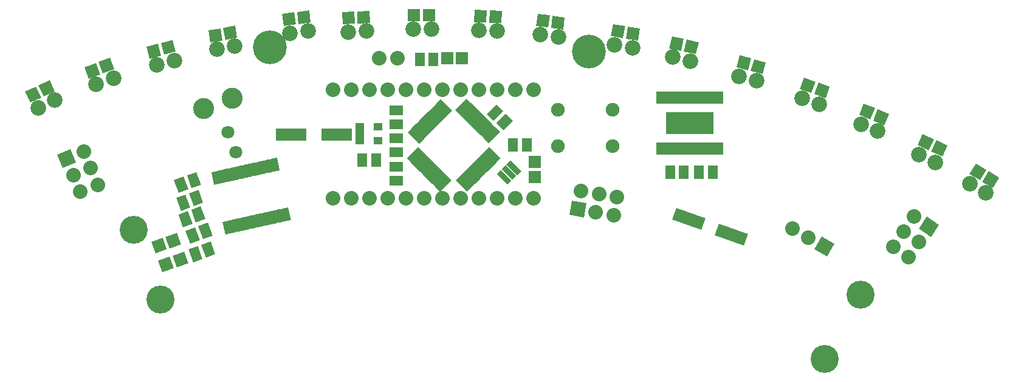
<source format=gts>
G04 (created by PCBNEW-RS274X (2011-nov-30)-testing) date Mon 23 Apr 2012 04:49:46 PM EDT*
G01*
G70*
G90*
%MOIN*%
G04 Gerber Fmt 3.4, Leading zero omitted, Abs format*
%FSLAX34Y34*%
G04 APERTURE LIST*
%ADD10C,0.006000*%
%ADD11R,0.067200X0.067200*%
%ADD12C,0.080000*%
%ADD13C,0.071200*%
%ADD14C,0.115300*%
%ADD15C,0.185400*%
%ADD16C,0.153900*%
%ADD17R,0.036000X0.070000*%
%ADD18R,0.264100X0.118400*%
%ADD19C,0.075000*%
%ADD20R,0.050000X0.040000*%
%ADD21R,0.169600X0.067200*%
%ADD22R,0.055000X0.075000*%
%ADD23R,0.075000X0.055000*%
%ADD24C,0.086000*%
G04 APERTURE END LIST*
G54D10*
G54D11*
X00945Y53917D03*
X01771Y53917D03*
G54D10*
G36*
X-15058Y43188D02*
X-15288Y43820D01*
X-14656Y44050D01*
X-14426Y43418D01*
X-15058Y43188D01*
X-15058Y43188D01*
G37*
G36*
X-14282Y43470D02*
X-14512Y44102D01*
X-13880Y44332D01*
X-13650Y43700D01*
X-14282Y43470D01*
X-14282Y43470D01*
G37*
G36*
X-14664Y42164D02*
X-14894Y42796D01*
X-14262Y43026D01*
X-14032Y42394D01*
X-14664Y42164D01*
X-14664Y42164D01*
G37*
G36*
X-13888Y42446D02*
X-14118Y43078D01*
X-13486Y43308D01*
X-13256Y42676D01*
X-13888Y42446D01*
X-13888Y42446D01*
G37*
G54D11*
X05767Y48228D03*
X05767Y47402D03*
G54D12*
X-18224Y46972D03*
X-18988Y48803D03*
X-18615Y47892D03*
X-19535Y47502D03*
X-19162Y46591D03*
G54D10*
G36*
X-19402Y48210D02*
X-20138Y47898D01*
X-20450Y48634D01*
X-19714Y48946D01*
X-19402Y48210D01*
X-19402Y48210D01*
G37*
G54D12*
X-02764Y53917D03*
X-01764Y53917D03*
G54D13*
X-11067Y49872D03*
X-10652Y48766D03*
G54D14*
X-10832Y51747D03*
X-12422Y51168D03*
G54D15*
X-08760Y54547D03*
X08720Y54311D03*
G54D16*
X-16241Y44488D03*
X23621Y40945D03*
X21653Y37402D03*
X-14765Y40650D03*
G54D10*
G36*
X00568Y46601D02*
X00302Y46867D01*
X00928Y47493D01*
X01194Y47227D01*
X00568Y46601D01*
X00568Y46601D01*
G37*
G36*
X00345Y46824D02*
X00079Y47090D01*
X00705Y47716D01*
X00971Y47450D01*
X00345Y46824D01*
X00345Y46824D01*
G37*
G36*
X00123Y47047D02*
X-00143Y47313D01*
X00483Y47939D01*
X00749Y47673D01*
X00123Y47047D01*
X00123Y47047D01*
G37*
G36*
X-00100Y47270D02*
X-00366Y47536D01*
X00260Y48162D01*
X00526Y47896D01*
X-00100Y47270D01*
X-00100Y47270D01*
G37*
G36*
X-00323Y47492D02*
X-00589Y47758D01*
X00037Y48384D01*
X00303Y48118D01*
X-00323Y47492D01*
X-00323Y47492D01*
G37*
G36*
X-00545Y47715D02*
X-00811Y47981D01*
X-00185Y48607D01*
X00081Y48341D01*
X-00545Y47715D01*
X-00545Y47715D01*
G37*
G36*
X-00768Y47938D02*
X-01034Y48204D01*
X-00408Y48830D01*
X-00142Y48564D01*
X-00768Y47938D01*
X-00768Y47938D01*
G37*
G36*
X-00991Y48161D02*
X-01257Y48427D01*
X-00631Y49053D01*
X-00365Y48787D01*
X-00991Y48161D01*
X-00991Y48161D01*
G37*
G36*
X01673Y50822D02*
X01407Y51088D01*
X02033Y51714D01*
X02299Y51448D01*
X01673Y50822D01*
X01673Y50822D01*
G37*
G36*
X03236Y49259D02*
X02970Y49525D01*
X03596Y50151D01*
X03862Y49885D01*
X03236Y49259D01*
X03236Y49259D01*
G37*
G36*
X03010Y49486D02*
X02744Y49752D01*
X03370Y50378D01*
X03636Y50112D01*
X03010Y49486D01*
X03010Y49486D01*
G37*
G36*
X02784Y49712D02*
X02518Y49978D01*
X03144Y50604D01*
X03410Y50338D01*
X02784Y49712D01*
X02784Y49712D01*
G37*
G36*
X02564Y49931D02*
X02298Y50197D01*
X02924Y50823D01*
X03190Y50557D01*
X02564Y49931D01*
X02564Y49931D01*
G37*
G36*
X02338Y50157D02*
X02072Y50423D01*
X02698Y51049D01*
X02964Y50783D01*
X02338Y50157D01*
X02338Y50157D01*
G37*
G36*
X02119Y50377D02*
X01853Y50643D01*
X02479Y51269D01*
X02745Y51003D01*
X02119Y50377D01*
X02119Y50377D01*
G37*
G36*
X01893Y50603D02*
X01627Y50869D01*
X02253Y51495D01*
X02519Y51229D01*
X01893Y50603D01*
X01893Y50603D01*
G37*
G36*
X-00590Y49245D02*
X-01216Y49871D01*
X-00950Y50137D01*
X-00324Y49511D01*
X-00590Y49245D01*
X-00590Y49245D01*
G37*
G36*
X-00378Y49457D02*
X-01004Y50083D01*
X-00738Y50349D01*
X-00112Y49723D01*
X-00378Y49457D01*
X-00378Y49457D01*
G37*
G36*
X-00148Y49687D02*
X-00774Y50313D01*
X-00508Y50579D01*
X00118Y49953D01*
X-00148Y49687D01*
X-00148Y49687D01*
G37*
G36*
X00064Y49899D02*
X-00562Y50525D01*
X-00296Y50791D01*
X00330Y50165D01*
X00064Y49899D01*
X00064Y49899D01*
G37*
G36*
X00293Y50128D02*
X-00333Y50754D01*
X-00067Y51020D01*
X00559Y50394D01*
X00293Y50128D01*
X00293Y50128D01*
G37*
G36*
X00515Y50350D02*
X-00111Y50976D01*
X00155Y51242D01*
X00781Y50616D01*
X00515Y50350D01*
X00515Y50350D01*
G37*
G36*
X00738Y50573D02*
X00112Y51199D01*
X00378Y51465D01*
X01004Y50839D01*
X00738Y50573D01*
X00738Y50573D01*
G37*
G36*
X00960Y50795D02*
X00334Y51421D01*
X00600Y51687D01*
X01226Y51061D01*
X00960Y50795D01*
X00960Y50795D01*
G37*
G36*
X02040Y46601D02*
X01414Y47227D01*
X01680Y47493D01*
X02306Y46867D01*
X02040Y46601D01*
X02040Y46601D01*
G37*
G36*
X02260Y46820D02*
X01634Y47446D01*
X01900Y47712D01*
X02526Y47086D01*
X02260Y46820D01*
X02260Y46820D01*
G37*
G36*
X02486Y47046D02*
X01860Y47672D01*
X02126Y47938D01*
X02752Y47312D01*
X02486Y47046D01*
X02486Y47046D01*
G37*
G36*
X02705Y47265D02*
X02079Y47891D01*
X02345Y48157D01*
X02971Y47531D01*
X02705Y47265D01*
X02705Y47265D01*
G37*
G36*
X02924Y47485D02*
X02298Y48111D01*
X02564Y48377D01*
X03190Y47751D01*
X02924Y47485D01*
X02924Y47485D01*
G37*
G36*
X03151Y47711D02*
X02525Y48337D01*
X02791Y48603D01*
X03417Y47977D01*
X03151Y47711D01*
X03151Y47711D01*
G37*
G36*
X03377Y47937D02*
X02751Y48563D01*
X03017Y48829D01*
X03643Y48203D01*
X03377Y47937D01*
X03377Y47937D01*
G37*
G36*
X03603Y48163D02*
X02977Y48789D01*
X03243Y49055D01*
X03869Y48429D01*
X03603Y48163D01*
X03603Y48163D01*
G37*
G54D12*
X05690Y46240D03*
X04690Y46240D03*
X03690Y46240D03*
X02690Y46240D03*
X01690Y46240D03*
X00690Y46240D03*
X-00310Y46240D03*
X-01310Y46240D03*
X-02310Y46240D03*
X-03310Y46240D03*
X-04310Y46240D03*
X-05310Y46240D03*
X05690Y52190D03*
X04690Y52190D03*
X03690Y52190D03*
X02690Y52190D03*
X01690Y52190D03*
X00690Y52190D03*
X-00310Y52190D03*
X-01310Y52190D03*
X-02310Y52190D03*
X-03310Y52190D03*
X-04310Y52190D03*
X-05310Y52190D03*
G54D17*
X15921Y51774D03*
X15671Y51774D03*
X15411Y51774D03*
X15151Y51774D03*
X14901Y51774D03*
X14641Y51774D03*
X14381Y51774D03*
X14131Y51774D03*
X13871Y51774D03*
X13621Y51774D03*
X13361Y51774D03*
X13101Y51774D03*
X12851Y51774D03*
X12591Y51774D03*
X12591Y48974D03*
X12851Y48974D03*
X13091Y48974D03*
X13361Y48974D03*
X13621Y48974D03*
X13871Y48974D03*
X14131Y48974D03*
X14381Y48974D03*
X14641Y48974D03*
X14901Y48974D03*
X15151Y48974D03*
X15411Y48974D03*
X15671Y48974D03*
X15921Y48974D03*
G54D18*
X14271Y50349D03*
G54D12*
X10265Y46283D03*
X10091Y45298D03*
X09280Y46456D03*
X09106Y45472D03*
X08295Y46630D03*
G54D10*
G36*
X08584Y45969D02*
X08445Y45182D01*
X07658Y45321D01*
X07797Y46108D01*
X08584Y45969D01*
X08584Y45969D01*
G37*
G54D19*
X07023Y49098D03*
X07023Y51098D03*
X10023Y49098D03*
X10023Y51098D03*
G54D20*
X-03827Y50158D03*
X-03827Y49408D03*
X-02827Y50158D03*
X-03827Y49783D03*
X-02827Y49408D03*
G54D10*
G36*
X13287Y45067D02*
X13517Y45699D01*
X15111Y45119D01*
X14881Y44487D01*
X13287Y45067D01*
X13287Y45067D01*
G37*
G36*
X15637Y44211D02*
X15867Y44843D01*
X17461Y44263D01*
X17231Y43631D01*
X15637Y44211D01*
X15637Y44211D01*
G37*
G54D21*
X-05109Y49744D03*
X-07609Y49744D03*
G54D22*
X13937Y47657D03*
X13187Y47657D03*
X14762Y47657D03*
X15512Y47657D03*
X-00553Y53878D03*
X00197Y53878D03*
G54D23*
X-01832Y49527D03*
X-01832Y48777D03*
G54D22*
X05316Y49153D03*
X04566Y49153D03*
G54D10*
G36*
X04169Y48062D02*
X04756Y47475D01*
X04531Y47250D01*
X03944Y47837D01*
X04169Y48062D01*
X04169Y48062D01*
G37*
G36*
X04433Y48326D02*
X05020Y47739D01*
X04795Y47514D01*
X04208Y48101D01*
X04433Y48326D01*
X04433Y48326D01*
G37*
G36*
X03905Y47798D02*
X04492Y47211D01*
X04267Y46986D01*
X03680Y47573D01*
X03905Y47798D01*
X03905Y47798D01*
G37*
G54D23*
X-01832Y47952D03*
X-01832Y47202D03*
G54D24*
X03693Y55420D03*
X02694Y55464D03*
G54D10*
G36*
X03952Y56521D02*
X03923Y55850D01*
X03252Y55879D01*
X03281Y56550D01*
X03952Y56521D01*
X03952Y56521D01*
G37*
G36*
X03128Y56557D02*
X03099Y55886D01*
X02428Y55915D01*
X02457Y56586D01*
X03128Y56557D01*
X03128Y56557D01*
G37*
G54D24*
X14296Y53767D03*
X13320Y53984D03*
G54D10*
G36*
X14743Y54806D02*
X14597Y54150D01*
X13941Y54296D01*
X14087Y54952D01*
X14743Y54806D01*
X14743Y54806D01*
G37*
G36*
X13937Y54985D02*
X13791Y54329D01*
X13135Y54475D01*
X13281Y55131D01*
X13937Y54985D01*
X13937Y54985D01*
G37*
G54D24*
X17938Y52687D03*
X16972Y52945D03*
G54D10*
G36*
X18430Y53706D02*
X18256Y53056D01*
X17606Y53230D01*
X17780Y53880D01*
X18430Y53706D01*
X18430Y53706D01*
G37*
G36*
X17633Y53919D02*
X17459Y53269D01*
X16809Y53443D01*
X16983Y54093D01*
X17633Y53919D01*
X17633Y53919D01*
G37*
G54D24*
X21363Y51394D03*
X20423Y51736D03*
G54D10*
G36*
X21941Y52366D02*
X21711Y51734D01*
X21079Y51964D01*
X21309Y52596D01*
X21941Y52366D01*
X21941Y52366D01*
G37*
G36*
X21166Y52648D02*
X20936Y52016D01*
X20304Y52246D01*
X20534Y52878D01*
X21166Y52648D01*
X21166Y52648D01*
G37*
G54D24*
X24570Y49921D03*
X23646Y50304D03*
G54D10*
G36*
X25190Y50867D02*
X24933Y50246D01*
X24312Y50503D01*
X24569Y51124D01*
X25190Y50867D01*
X25190Y50867D01*
G37*
G36*
X24427Y51183D02*
X24170Y50562D01*
X23549Y50819D01*
X23806Y51440D01*
X24427Y51183D01*
X24427Y51183D01*
G37*
G54D24*
X27737Y48214D03*
X26830Y48637D03*
G54D10*
G36*
X28398Y49132D02*
X28114Y48522D01*
X27504Y48806D01*
X27788Y49416D01*
X28398Y49132D01*
X28398Y49132D01*
G37*
G36*
X27650Y49481D02*
X27366Y48871D01*
X26756Y49155D01*
X27040Y49765D01*
X27650Y49481D01*
X27650Y49481D01*
G37*
G54D24*
X-20571Y51629D03*
X-21478Y51206D03*
G54D10*
G36*
X-20849Y52725D02*
X-20565Y52115D01*
X-21175Y51831D01*
X-21459Y52441D01*
X-20849Y52725D01*
X-20849Y52725D01*
G37*
G36*
X-21597Y52377D02*
X-21313Y51767D01*
X-21923Y51483D01*
X-22207Y52093D01*
X-21597Y52377D01*
X-21597Y52377D01*
G37*
G54D24*
X-17352Y52838D03*
X-18292Y52496D03*
G54D10*
G36*
X-17534Y53954D02*
X-17304Y53322D01*
X-17936Y53092D01*
X-18166Y53724D01*
X-17534Y53954D01*
X-17534Y53954D01*
G37*
G36*
X-18309Y53672D02*
X-18079Y53040D01*
X-18711Y52810D01*
X-18941Y53442D01*
X-18309Y53672D01*
X-18309Y53672D01*
G37*
G54D24*
X-14020Y53811D03*
X-14986Y53553D03*
G54D10*
G36*
X-14103Y54940D02*
X-13929Y54290D01*
X-14579Y54116D01*
X-14753Y54766D01*
X-14103Y54940D01*
X-14103Y54940D01*
G37*
G36*
X-14900Y54726D02*
X-14726Y54076D01*
X-15376Y53902D01*
X-15550Y54552D01*
X-14900Y54726D01*
X-14900Y54726D01*
G37*
G54D24*
X-10692Y54590D03*
X-11677Y54416D03*
G54D10*
G36*
X-10677Y55720D02*
X-10561Y55058D01*
X-11223Y54942D01*
X-11339Y55604D01*
X-10677Y55720D01*
X-10677Y55720D01*
G37*
G36*
X-11489Y55577D02*
X-11373Y54915D01*
X-12035Y54799D01*
X-12151Y55461D01*
X-11489Y55577D01*
X-11489Y55577D01*
G37*
G54D24*
X-06689Y55427D03*
X-07682Y55305D03*
G54D10*
G36*
X-06615Y56555D02*
X-06534Y55888D01*
X-07201Y55807D01*
X-07282Y56474D01*
X-06615Y56555D01*
X-06615Y56555D01*
G37*
G36*
X-07433Y56455D02*
X-07352Y55788D01*
X-08019Y55707D01*
X-08100Y56374D01*
X-07433Y56455D01*
X-07433Y56455D01*
G37*
G54D24*
X-03482Y55425D03*
X-04481Y55381D03*
G54D10*
G36*
X-03320Y56544D02*
X-03291Y55873D01*
X-03962Y55844D01*
X-03991Y56515D01*
X-03320Y56544D01*
X-03320Y56544D01*
G37*
G36*
X-04144Y56508D02*
X-04115Y55837D01*
X-04786Y55808D01*
X-04815Y56479D01*
X-04144Y56508D01*
X-04144Y56508D01*
G37*
G54D24*
X11125Y54494D03*
X10140Y54668D03*
G54D10*
G36*
X11525Y55552D02*
X11409Y54890D01*
X10747Y55006D01*
X10863Y55668D01*
X11525Y55552D01*
X11525Y55552D01*
G37*
G36*
X10713Y55695D02*
X10597Y55033D01*
X09935Y55149D01*
X10051Y55811D01*
X10713Y55695D01*
X10713Y55695D01*
G37*
G54D24*
X07047Y55105D03*
X06056Y55235D03*
G54D10*
G36*
X07402Y56178D02*
X07314Y55512D01*
X06648Y55600D01*
X06736Y56266D01*
X07402Y56178D01*
X07402Y56178D01*
G37*
G36*
X06584Y56286D02*
X06496Y55620D01*
X05830Y55708D01*
X05918Y56374D01*
X06584Y56286D01*
X06584Y56286D01*
G37*
G54D24*
X00086Y55521D03*
X-00914Y55521D03*
G54D11*
X-00039Y56296D03*
X-00864Y56296D03*
G54D24*
X30477Y46531D03*
X29620Y47046D03*
G54D10*
G36*
X31230Y47375D02*
X30884Y46799D01*
X30308Y47145D01*
X30654Y47721D01*
X31230Y47375D01*
X31230Y47375D01*
G37*
G36*
X30523Y47799D02*
X30177Y47223D01*
X29601Y47569D01*
X29947Y48145D01*
X30523Y47799D01*
X30523Y47799D01*
G37*
G36*
X-08376Y48463D02*
X-08225Y47779D01*
X-08576Y47701D01*
X-08727Y48385D01*
X-08376Y48463D01*
X-08376Y48463D01*
G37*
G36*
X-08620Y48409D02*
X-08469Y47725D01*
X-08820Y47647D01*
X-08971Y48331D01*
X-08620Y48409D01*
X-08620Y48409D01*
G37*
G36*
X-08874Y48353D02*
X-08723Y47669D01*
X-09074Y47591D01*
X-09225Y48275D01*
X-08874Y48353D01*
X-08874Y48353D01*
G37*
G36*
X-09128Y48296D02*
X-08977Y47612D01*
X-09328Y47534D01*
X-09479Y48218D01*
X-09128Y48296D01*
X-09128Y48296D01*
G37*
G36*
X-09372Y48242D02*
X-09221Y47558D01*
X-09572Y47480D01*
X-09723Y48164D01*
X-09372Y48242D01*
X-09372Y48242D01*
G37*
G36*
X-09626Y48186D02*
X-09475Y47502D01*
X-09826Y47424D01*
X-09977Y48108D01*
X-09626Y48186D01*
X-09626Y48186D01*
G37*
G36*
X-09880Y48130D02*
X-09729Y47446D01*
X-10080Y47368D01*
X-10231Y48052D01*
X-09880Y48130D01*
X-09880Y48130D01*
G37*
G36*
X-10124Y48076D02*
X-09973Y47392D01*
X-10324Y47314D01*
X-10475Y47998D01*
X-10124Y48076D01*
X-10124Y48076D01*
G37*
G36*
X-10378Y48019D02*
X-10227Y47335D01*
X-10578Y47257D01*
X-10729Y47941D01*
X-10378Y48019D01*
X-10378Y48019D01*
G37*
G36*
X-10622Y47965D02*
X-10471Y47281D01*
X-10822Y47203D01*
X-10973Y47887D01*
X-10622Y47965D01*
X-10622Y47965D01*
G37*
G36*
X-10875Y47909D02*
X-10724Y47225D01*
X-11075Y47147D01*
X-11226Y47831D01*
X-10875Y47909D01*
X-10875Y47909D01*
G37*
G36*
X-11129Y47853D02*
X-10978Y47169D01*
X-11329Y47091D01*
X-11480Y47775D01*
X-11129Y47853D01*
X-11129Y47853D01*
G37*
G36*
X-11373Y47798D02*
X-11222Y47114D01*
X-11573Y47036D01*
X-11724Y47720D01*
X-11373Y47798D01*
X-11373Y47798D01*
G37*
G36*
X-11627Y47742D02*
X-11476Y47058D01*
X-11827Y46980D01*
X-11978Y47664D01*
X-11627Y47742D01*
X-11627Y47742D01*
G37*
G36*
X-11021Y45009D02*
X-10870Y44325D01*
X-11221Y44247D01*
X-11372Y44931D01*
X-11021Y45009D01*
X-11021Y45009D01*
G37*
G36*
X-10767Y45065D02*
X-10616Y44381D01*
X-10967Y44303D01*
X-11118Y44987D01*
X-10767Y45065D01*
X-10767Y45065D01*
G37*
G36*
X-10533Y45117D02*
X-10382Y44433D01*
X-10733Y44355D01*
X-10884Y45039D01*
X-10533Y45117D01*
X-10533Y45117D01*
G37*
G36*
X-10269Y45175D02*
X-10118Y44491D01*
X-10469Y44413D01*
X-10620Y45097D01*
X-10269Y45175D01*
X-10269Y45175D01*
G37*
G36*
X-10016Y45231D02*
X-09865Y44547D01*
X-10216Y44469D01*
X-10367Y45153D01*
X-10016Y45231D01*
X-10016Y45231D01*
G37*
G36*
X-09772Y45286D02*
X-09621Y44602D01*
X-09972Y44524D01*
X-10123Y45208D01*
X-09772Y45286D01*
X-09772Y45286D01*
G37*
G36*
X-09518Y45342D02*
X-09367Y44658D01*
X-09718Y44580D01*
X-09869Y45264D01*
X-09518Y45342D01*
X-09518Y45342D01*
G37*
G36*
X-09274Y45396D02*
X-09123Y44712D01*
X-09474Y44634D01*
X-09625Y45318D01*
X-09274Y45396D01*
X-09274Y45396D01*
G37*
G36*
X-09020Y45452D02*
X-08869Y44768D01*
X-09220Y44690D01*
X-09371Y45374D01*
X-09020Y45452D01*
X-09020Y45452D01*
G37*
G36*
X-08766Y45509D02*
X-08615Y44825D01*
X-08966Y44747D01*
X-09117Y45431D01*
X-08766Y45509D01*
X-08766Y45509D01*
G37*
G36*
X-08522Y45563D02*
X-08371Y44879D01*
X-08722Y44801D01*
X-08873Y45485D01*
X-08522Y45563D01*
X-08522Y45563D01*
G37*
G36*
X-08268Y45619D02*
X-08117Y44935D01*
X-08468Y44857D01*
X-08619Y45541D01*
X-08268Y45619D01*
X-08268Y45619D01*
G37*
G36*
X-08014Y45675D02*
X-07863Y44991D01*
X-08214Y44913D01*
X-08365Y45597D01*
X-08014Y45675D01*
X-08014Y45675D01*
G37*
G36*
X-07770Y45729D02*
X-07619Y45045D01*
X-07970Y44967D01*
X-08121Y45651D01*
X-07770Y45729D01*
X-07770Y45729D01*
G37*
G36*
X-12018Y43861D02*
X-11761Y43157D01*
X-12278Y42969D01*
X-12535Y43673D01*
X-12018Y43861D01*
X-12018Y43861D01*
G37*
G36*
X-12722Y43605D02*
X-12465Y42901D01*
X-12982Y42713D01*
X-13239Y43417D01*
X-12722Y43605D01*
X-12722Y43605D01*
G37*
G36*
X-12176Y44885D02*
X-11919Y44181D01*
X-12436Y43993D01*
X-12693Y44697D01*
X-12176Y44885D01*
X-12176Y44885D01*
G37*
G36*
X-12880Y44629D02*
X-12623Y43925D01*
X-13140Y43737D01*
X-13397Y44441D01*
X-12880Y44629D01*
X-12880Y44629D01*
G37*
G54D23*
X-01832Y50313D03*
X-01832Y51063D03*
G54D10*
G36*
X04563Y50494D02*
X04032Y49963D01*
X03643Y50352D01*
X04174Y50883D01*
X04563Y50494D01*
X04563Y50494D01*
G37*
G36*
X04033Y51024D02*
X03502Y50493D01*
X03113Y50882D01*
X03644Y51413D01*
X04033Y51024D01*
X04033Y51024D01*
G37*
G54D22*
X-02952Y48326D03*
X-03702Y48326D03*
G54D10*
G36*
X-12688Y46696D02*
X-12431Y45992D01*
X-12948Y45804D01*
X-13205Y46508D01*
X-12688Y46696D01*
X-12688Y46696D01*
G37*
G36*
X-13392Y46440D02*
X-13135Y45736D01*
X-13652Y45548D01*
X-13909Y46252D01*
X-13392Y46440D01*
X-13392Y46440D01*
G37*
G36*
X-12806Y47680D02*
X-12549Y46976D01*
X-13066Y46788D01*
X-13323Y47492D01*
X-12806Y47680D01*
X-12806Y47680D01*
G37*
G36*
X-13510Y47424D02*
X-13253Y46720D01*
X-13770Y46532D01*
X-14027Y47236D01*
X-13510Y47424D01*
X-13510Y47424D01*
G37*
G54D12*
X26252Y43005D03*
X25423Y43565D03*
X26812Y43834D03*
X25982Y44394D03*
G54D10*
G36*
X27479Y44108D02*
X26816Y44555D01*
X27263Y45218D01*
X27926Y44771D01*
X27479Y44108D01*
X27479Y44108D01*
G37*
G54D12*
X26542Y45223D03*
G54D10*
G36*
X-12570Y45790D02*
X-12313Y45086D01*
X-12830Y44898D01*
X-13087Y45602D01*
X-12570Y45790D01*
X-12570Y45790D01*
G37*
G36*
X-13274Y45534D02*
X-13017Y44830D01*
X-13534Y44642D01*
X-13791Y45346D01*
X-13274Y45534D01*
X-13274Y45534D01*
G37*
G36*
X22179Y43721D02*
X21779Y43029D01*
X21087Y43429D01*
X21487Y44121D01*
X22179Y43721D01*
X22179Y43721D01*
G37*
G54D12*
X20767Y44075D03*
X19901Y44575D03*
M02*

</source>
